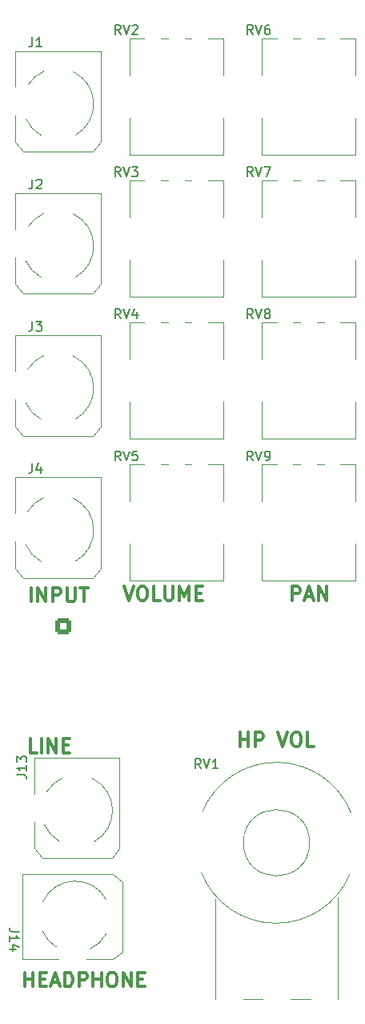
<source format=gbr>
%TF.GenerationSoftware,KiCad,Pcbnew,6.0.5-a6ca702e91~116~ubuntu22.04.1*%
%TF.CreationDate,2022-06-08T16:41:22-07:00*%
%TF.ProjectId,HEAR,48454152-2e6b-4696-9361-645f70636258,2.1*%
%TF.SameCoordinates,Original*%
%TF.FileFunction,Legend,Top*%
%TF.FilePolarity,Positive*%
%FSLAX46Y46*%
G04 Gerber Fmt 4.6, Leading zero omitted, Abs format (unit mm)*
G04 Created by KiCad (PCBNEW 6.0.5-a6ca702e91~116~ubuntu22.04.1) date 2022-06-08 16:41:22*
%MOMM*%
%LPD*%
G01*
G04 APERTURE LIST*
G04 Aperture macros list*
%AMRoundRect*
0 Rectangle with rounded corners*
0 $1 Rounding radius*
0 $2 $3 $4 $5 $6 $7 $8 $9 X,Y pos of 4 corners*
0 Add a 4 corners polygon primitive as box body*
4,1,4,$2,$3,$4,$5,$6,$7,$8,$9,$2,$3,0*
0 Add four circle primitives for the rounded corners*
1,1,$1+$1,$2,$3*
1,1,$1+$1,$4,$5*
1,1,$1+$1,$6,$7*
1,1,$1+$1,$8,$9*
0 Add four rect primitives between the rounded corners*
20,1,$1+$1,$2,$3,$4,$5,0*
20,1,$1+$1,$4,$5,$6,$7,0*
20,1,$1+$1,$6,$7,$8,$9,0*
20,1,$1+$1,$8,$9,$2,$3,0*%
G04 Aperture macros list end*
%ADD10C,0.300000*%
%ADD11C,0.150000*%
%ADD12C,0.120000*%
%ADD13O,3.300000X2.000000*%
%ADD14O,2.000000X3.300000*%
%ADD15O,3.000000X4.000000*%
%ADD16C,1.800000*%
%ADD17O,4.000000X5.400000*%
%ADD18C,2.500000*%
%ADD19RoundRect,0.250000X-0.600000X0.600000X-0.600000X-0.600000X0.600000X-0.600000X0.600000X0.600000X0*%
%ADD20C,1.700000*%
%ADD21R,1.700000X1.700000*%
%ADD22O,1.700000X1.700000*%
%ADD23C,1.600000*%
%ADD24O,1.600000X1.600000*%
G04 APERTURE END LIST*
D10*
X3242857Y-78178571D02*
X2528571Y-78178571D01*
X2528571Y-76678571D01*
X3742857Y-78178571D02*
X3742857Y-76678571D01*
X4457142Y-78178571D02*
X4457142Y-76678571D01*
X5314285Y-78178571D01*
X5314285Y-76678571D01*
X6028571Y-77392857D02*
X6528571Y-77392857D01*
X6742857Y-78178571D02*
X6028571Y-78178571D01*
X6028571Y-76678571D01*
X6742857Y-76678571D01*
X12498914Y-60621171D02*
X12998914Y-62121171D01*
X13498914Y-60621171D01*
X14284628Y-60621171D02*
X14570342Y-60621171D01*
X14713200Y-60692600D01*
X14856057Y-60835457D01*
X14927485Y-61121171D01*
X14927485Y-61621171D01*
X14856057Y-61906885D01*
X14713200Y-62049742D01*
X14570342Y-62121171D01*
X14284628Y-62121171D01*
X14141771Y-62049742D01*
X13998914Y-61906885D01*
X13927485Y-61621171D01*
X13927485Y-61121171D01*
X13998914Y-60835457D01*
X14141771Y-60692600D01*
X14284628Y-60621171D01*
X16284628Y-62121171D02*
X15570342Y-62121171D01*
X15570342Y-60621171D01*
X16784628Y-60621171D02*
X16784628Y-61835457D01*
X16856057Y-61978314D01*
X16927485Y-62049742D01*
X17070342Y-62121171D01*
X17356057Y-62121171D01*
X17498914Y-62049742D01*
X17570342Y-61978314D01*
X17641771Y-61835457D01*
X17641771Y-60621171D01*
X18356057Y-62121171D02*
X18356057Y-60621171D01*
X18856057Y-61692600D01*
X19356057Y-60621171D01*
X19356057Y-62121171D01*
X20070342Y-61335457D02*
X20570342Y-61335457D01*
X20784628Y-62121171D02*
X20070342Y-62121171D01*
X20070342Y-60621171D01*
X20784628Y-60621171D01*
X24770085Y-77536771D02*
X24770085Y-76036771D01*
X24770085Y-76751057D02*
X25627228Y-76751057D01*
X25627228Y-77536771D02*
X25627228Y-76036771D01*
X26341514Y-77536771D02*
X26341514Y-76036771D01*
X26912942Y-76036771D01*
X27055800Y-76108200D01*
X27127228Y-76179628D01*
X27198657Y-76322485D01*
X27198657Y-76536771D01*
X27127228Y-76679628D01*
X27055800Y-76751057D01*
X26912942Y-76822485D01*
X26341514Y-76822485D01*
X28770085Y-76036771D02*
X29270085Y-77536771D01*
X29770085Y-76036771D01*
X30555800Y-76036771D02*
X30841514Y-76036771D01*
X30984371Y-76108200D01*
X31127228Y-76251057D01*
X31198657Y-76536771D01*
X31198657Y-77036771D01*
X31127228Y-77322485D01*
X30984371Y-77465342D01*
X30841514Y-77536771D01*
X30555800Y-77536771D01*
X30412942Y-77465342D01*
X30270085Y-77322485D01*
X30198657Y-77036771D01*
X30198657Y-76536771D01*
X30270085Y-76251057D01*
X30412942Y-76108200D01*
X30555800Y-76036771D01*
X32555800Y-77536771D02*
X31841514Y-77536771D01*
X31841514Y-76036771D01*
X2000885Y-102885971D02*
X2000885Y-101385971D01*
X2000885Y-102100257D02*
X2858028Y-102100257D01*
X2858028Y-102885971D02*
X2858028Y-101385971D01*
X3572314Y-102100257D02*
X4072314Y-102100257D01*
X4286600Y-102885971D02*
X3572314Y-102885971D01*
X3572314Y-101385971D01*
X4286600Y-101385971D01*
X4858028Y-102457400D02*
X5572314Y-102457400D01*
X4715171Y-102885971D02*
X5215171Y-101385971D01*
X5715171Y-102885971D01*
X6215171Y-102885971D02*
X6215171Y-101385971D01*
X6572314Y-101385971D01*
X6786600Y-101457400D01*
X6929457Y-101600257D01*
X7000885Y-101743114D01*
X7072314Y-102028828D01*
X7072314Y-102243114D01*
X7000885Y-102528828D01*
X6929457Y-102671685D01*
X6786600Y-102814542D01*
X6572314Y-102885971D01*
X6215171Y-102885971D01*
X7715171Y-102885971D02*
X7715171Y-101385971D01*
X8286600Y-101385971D01*
X8429457Y-101457400D01*
X8500885Y-101528828D01*
X8572314Y-101671685D01*
X8572314Y-101885971D01*
X8500885Y-102028828D01*
X8429457Y-102100257D01*
X8286600Y-102171685D01*
X7715171Y-102171685D01*
X9215171Y-102885971D02*
X9215171Y-101385971D01*
X9215171Y-102100257D02*
X10072314Y-102100257D01*
X10072314Y-102885971D02*
X10072314Y-101385971D01*
X11072314Y-101385971D02*
X11358028Y-101385971D01*
X11500885Y-101457400D01*
X11643742Y-101600257D01*
X11715171Y-101885971D01*
X11715171Y-102385971D01*
X11643742Y-102671685D01*
X11500885Y-102814542D01*
X11358028Y-102885971D01*
X11072314Y-102885971D01*
X10929457Y-102814542D01*
X10786600Y-102671685D01*
X10715171Y-102385971D01*
X10715171Y-101885971D01*
X10786600Y-101600257D01*
X10929457Y-101457400D01*
X11072314Y-101385971D01*
X12358028Y-102885971D02*
X12358028Y-101385971D01*
X13215171Y-102885971D01*
X13215171Y-101385971D01*
X13929457Y-102100257D02*
X14429457Y-102100257D01*
X14643742Y-102885971D02*
X13929457Y-102885971D01*
X13929457Y-101385971D01*
X14643742Y-101385971D01*
X30258771Y-62121171D02*
X30258771Y-60621171D01*
X30830200Y-60621171D01*
X30973057Y-60692600D01*
X31044485Y-60764028D01*
X31115914Y-60906885D01*
X31115914Y-61121171D01*
X31044485Y-61264028D01*
X30973057Y-61335457D01*
X30830200Y-61406885D01*
X30258771Y-61406885D01*
X31687342Y-61692600D02*
X32401628Y-61692600D01*
X31544485Y-62121171D02*
X32044485Y-60621171D01*
X32544485Y-62121171D01*
X33044485Y-62121171D02*
X33044485Y-60621171D01*
X33901628Y-62121171D01*
X33901628Y-60621171D01*
X2644342Y-62248171D02*
X2644342Y-60748171D01*
X3358628Y-62248171D02*
X3358628Y-60748171D01*
X4215771Y-62248171D01*
X4215771Y-60748171D01*
X4930057Y-62248171D02*
X4930057Y-60748171D01*
X5501485Y-60748171D01*
X5644342Y-60819600D01*
X5715771Y-60891028D01*
X5787200Y-61033885D01*
X5787200Y-61248171D01*
X5715771Y-61391028D01*
X5644342Y-61462457D01*
X5501485Y-61533885D01*
X4930057Y-61533885D01*
X6430057Y-60748171D02*
X6430057Y-61962457D01*
X6501485Y-62105314D01*
X6572914Y-62176742D01*
X6715771Y-62248171D01*
X7001485Y-62248171D01*
X7144342Y-62176742D01*
X7215771Y-62105314D01*
X7287200Y-61962457D01*
X7287200Y-60748171D01*
X7787199Y-60748171D02*
X8644342Y-60748171D01*
X8215771Y-62248171D02*
X8215771Y-60748171D01*
D11*
%TO.C,J2*%
X2766666Y-17652380D02*
X2766666Y-18366666D01*
X2719047Y-18509523D01*
X2623809Y-18604761D01*
X2480952Y-18652380D01*
X2385714Y-18652380D01*
X3195238Y-17747619D02*
X3242857Y-17700000D01*
X3338095Y-17652380D01*
X3576190Y-17652380D01*
X3671428Y-17700000D01*
X3719047Y-17747619D01*
X3766666Y-17842857D01*
X3766666Y-17938095D01*
X3719047Y-18080952D01*
X3147619Y-18652380D01*
X3766666Y-18652380D01*
%TO.C,RV9*%
X26104761Y-47352380D02*
X25771428Y-46876190D01*
X25533333Y-47352380D02*
X25533333Y-46352380D01*
X25914285Y-46352380D01*
X26009523Y-46400000D01*
X26057142Y-46447619D01*
X26104761Y-46542857D01*
X26104761Y-46685714D01*
X26057142Y-46780952D01*
X26009523Y-46828571D01*
X25914285Y-46876190D01*
X25533333Y-46876190D01*
X26390476Y-46352380D02*
X26723809Y-47352380D01*
X27057142Y-46352380D01*
X27438095Y-47352380D02*
X27628571Y-47352380D01*
X27723809Y-47304761D01*
X27771428Y-47257142D01*
X27866666Y-47114285D01*
X27914285Y-46923809D01*
X27914285Y-46542857D01*
X27866666Y-46447619D01*
X27819047Y-46400000D01*
X27723809Y-46352380D01*
X27533333Y-46352380D01*
X27438095Y-46400000D01*
X27390476Y-46447619D01*
X27342857Y-46542857D01*
X27342857Y-46780952D01*
X27390476Y-46876190D01*
X27438095Y-46923809D01*
X27533333Y-46971428D01*
X27723809Y-46971428D01*
X27819047Y-46923809D01*
X27866666Y-46876190D01*
X27914285Y-46780952D01*
%TO.C,J1*%
X2766666Y-2652380D02*
X2766666Y-3366666D01*
X2719047Y-3509523D01*
X2623809Y-3604761D01*
X2480952Y-3652380D01*
X2385714Y-3652380D01*
X3766666Y-3652380D02*
X3195238Y-3652380D01*
X3480952Y-3652380D02*
X3480952Y-2652380D01*
X3385714Y-2795238D01*
X3290476Y-2890476D01*
X3195238Y-2938095D01*
%TO.C,J3*%
X2766666Y-32652380D02*
X2766666Y-33366666D01*
X2719047Y-33509523D01*
X2623809Y-33604761D01*
X2480952Y-33652380D01*
X2385714Y-33652380D01*
X3147619Y-32652380D02*
X3766666Y-32652380D01*
X3433333Y-33033333D01*
X3576190Y-33033333D01*
X3671428Y-33080952D01*
X3719047Y-33128571D01*
X3766666Y-33223809D01*
X3766666Y-33461904D01*
X3719047Y-33557142D01*
X3671428Y-33604761D01*
X3576190Y-33652380D01*
X3290476Y-33652380D01*
X3195238Y-33604761D01*
X3147619Y-33557142D01*
%TO.C,RV2*%
X12104761Y-2352380D02*
X11771428Y-1876190D01*
X11533333Y-2352380D02*
X11533333Y-1352380D01*
X11914285Y-1352380D01*
X12009523Y-1400000D01*
X12057142Y-1447619D01*
X12104761Y-1542857D01*
X12104761Y-1685714D01*
X12057142Y-1780952D01*
X12009523Y-1828571D01*
X11914285Y-1876190D01*
X11533333Y-1876190D01*
X12390476Y-1352380D02*
X12723809Y-2352380D01*
X13057142Y-1352380D01*
X13342857Y-1447619D02*
X13390476Y-1400000D01*
X13485714Y-1352380D01*
X13723809Y-1352380D01*
X13819047Y-1400000D01*
X13866666Y-1447619D01*
X13914285Y-1542857D01*
X13914285Y-1638095D01*
X13866666Y-1780952D01*
X13295238Y-2352380D01*
X13914285Y-2352380D01*
%TO.C,RV7*%
X26104761Y-17352380D02*
X25771428Y-16876190D01*
X25533333Y-17352380D02*
X25533333Y-16352380D01*
X25914285Y-16352380D01*
X26009523Y-16400000D01*
X26057142Y-16447619D01*
X26104761Y-16542857D01*
X26104761Y-16685714D01*
X26057142Y-16780952D01*
X26009523Y-16828571D01*
X25914285Y-16876190D01*
X25533333Y-16876190D01*
X26390476Y-16352380D02*
X26723809Y-17352380D01*
X27057142Y-16352380D01*
X27295238Y-16352380D02*
X27961904Y-16352380D01*
X27533333Y-17352380D01*
%TO.C,RV8*%
X26104761Y-32352380D02*
X25771428Y-31876190D01*
X25533333Y-32352380D02*
X25533333Y-31352380D01*
X25914285Y-31352380D01*
X26009523Y-31400000D01*
X26057142Y-31447619D01*
X26104761Y-31542857D01*
X26104761Y-31685714D01*
X26057142Y-31780952D01*
X26009523Y-31828571D01*
X25914285Y-31876190D01*
X25533333Y-31876190D01*
X26390476Y-31352380D02*
X26723809Y-32352380D01*
X27057142Y-31352380D01*
X27533333Y-31780952D02*
X27438095Y-31733333D01*
X27390476Y-31685714D01*
X27342857Y-31590476D01*
X27342857Y-31542857D01*
X27390476Y-31447619D01*
X27438095Y-31400000D01*
X27533333Y-31352380D01*
X27723809Y-31352380D01*
X27819047Y-31400000D01*
X27866666Y-31447619D01*
X27914285Y-31542857D01*
X27914285Y-31590476D01*
X27866666Y-31685714D01*
X27819047Y-31733333D01*
X27723809Y-31780952D01*
X27533333Y-31780952D01*
X27438095Y-31828571D01*
X27390476Y-31876190D01*
X27342857Y-31971428D01*
X27342857Y-32161904D01*
X27390476Y-32257142D01*
X27438095Y-32304761D01*
X27533333Y-32352380D01*
X27723809Y-32352380D01*
X27819047Y-32304761D01*
X27866666Y-32257142D01*
X27914285Y-32161904D01*
X27914285Y-31971428D01*
X27866666Y-31876190D01*
X27819047Y-31828571D01*
X27723809Y-31780952D01*
%TO.C,RV1*%
X20604761Y-79852380D02*
X20271428Y-79376190D01*
X20033333Y-79852380D02*
X20033333Y-78852380D01*
X20414285Y-78852380D01*
X20509523Y-78900000D01*
X20557142Y-78947619D01*
X20604761Y-79042857D01*
X20604761Y-79185714D01*
X20557142Y-79280952D01*
X20509523Y-79328571D01*
X20414285Y-79376190D01*
X20033333Y-79376190D01*
X20890476Y-78852380D02*
X21223809Y-79852380D01*
X21557142Y-78852380D01*
X22414285Y-79852380D02*
X21842857Y-79852380D01*
X22128571Y-79852380D02*
X22128571Y-78852380D01*
X22033333Y-78995238D01*
X21938095Y-79090476D01*
X21842857Y-79138095D01*
%TO.C,RV4*%
X12104761Y-32352380D02*
X11771428Y-31876190D01*
X11533333Y-32352380D02*
X11533333Y-31352380D01*
X11914285Y-31352380D01*
X12009523Y-31400000D01*
X12057142Y-31447619D01*
X12104761Y-31542857D01*
X12104761Y-31685714D01*
X12057142Y-31780952D01*
X12009523Y-31828571D01*
X11914285Y-31876190D01*
X11533333Y-31876190D01*
X12390476Y-31352380D02*
X12723809Y-32352380D01*
X13057142Y-31352380D01*
X13819047Y-31685714D02*
X13819047Y-32352380D01*
X13580952Y-31304761D02*
X13342857Y-32019047D01*
X13961904Y-32019047D01*
%TO.C,J13*%
X1152380Y-80509523D02*
X1866666Y-80509523D01*
X2009523Y-80557142D01*
X2104761Y-80652380D01*
X2152380Y-80795238D01*
X2152380Y-80890476D01*
X2152380Y-79509523D02*
X2152380Y-80080952D01*
X2152380Y-79795238D02*
X1152380Y-79795238D01*
X1295238Y-79890476D01*
X1390476Y-79985714D01*
X1438095Y-80080952D01*
X1152380Y-79176190D02*
X1152380Y-78557142D01*
X1533333Y-78890476D01*
X1533333Y-78747619D01*
X1580952Y-78652380D01*
X1628571Y-78604761D01*
X1723809Y-78557142D01*
X1961904Y-78557142D01*
X2057142Y-78604761D01*
X2104761Y-78652380D01*
X2152380Y-78747619D01*
X2152380Y-79033333D01*
X2104761Y-79128571D01*
X2057142Y-79176190D01*
%TO.C,RV3*%
X12104761Y-17352380D02*
X11771428Y-16876190D01*
X11533333Y-17352380D02*
X11533333Y-16352380D01*
X11914285Y-16352380D01*
X12009523Y-16400000D01*
X12057142Y-16447619D01*
X12104761Y-16542857D01*
X12104761Y-16685714D01*
X12057142Y-16780952D01*
X12009523Y-16828571D01*
X11914285Y-16876190D01*
X11533333Y-16876190D01*
X12390476Y-16352380D02*
X12723809Y-17352380D01*
X13057142Y-16352380D01*
X13295238Y-16352380D02*
X13914285Y-16352380D01*
X13580952Y-16733333D01*
X13723809Y-16733333D01*
X13819047Y-16780952D01*
X13866666Y-16828571D01*
X13914285Y-16923809D01*
X13914285Y-17161904D01*
X13866666Y-17257142D01*
X13819047Y-17304761D01*
X13723809Y-17352380D01*
X13438095Y-17352380D01*
X13342857Y-17304761D01*
X13295238Y-17257142D01*
%TO.C,RV5*%
X12104761Y-47352380D02*
X11771428Y-46876190D01*
X11533333Y-47352380D02*
X11533333Y-46352380D01*
X11914285Y-46352380D01*
X12009523Y-46400000D01*
X12057142Y-46447619D01*
X12104761Y-46542857D01*
X12104761Y-46685714D01*
X12057142Y-46780952D01*
X12009523Y-46828571D01*
X11914285Y-46876190D01*
X11533333Y-46876190D01*
X12390476Y-46352380D02*
X12723809Y-47352380D01*
X13057142Y-46352380D01*
X13866666Y-46352380D02*
X13390476Y-46352380D01*
X13342857Y-46828571D01*
X13390476Y-46780952D01*
X13485714Y-46733333D01*
X13723809Y-46733333D01*
X13819047Y-46780952D01*
X13866666Y-46828571D01*
X13914285Y-46923809D01*
X13914285Y-47161904D01*
X13866666Y-47257142D01*
X13819047Y-47304761D01*
X13723809Y-47352380D01*
X13485714Y-47352380D01*
X13390476Y-47304761D01*
X13342857Y-47257142D01*
%TO.C,RV6*%
X26104761Y-2352380D02*
X25771428Y-1876190D01*
X25533333Y-2352380D02*
X25533333Y-1352380D01*
X25914285Y-1352380D01*
X26009523Y-1400000D01*
X26057142Y-1447619D01*
X26104761Y-1542857D01*
X26104761Y-1685714D01*
X26057142Y-1780952D01*
X26009523Y-1828571D01*
X25914285Y-1876190D01*
X25533333Y-1876190D01*
X26390476Y-1352380D02*
X26723809Y-2352380D01*
X27057142Y-1352380D01*
X27819047Y-1352380D02*
X27628571Y-1352380D01*
X27533333Y-1400000D01*
X27485714Y-1447619D01*
X27390476Y-1590476D01*
X27342857Y-1780952D01*
X27342857Y-2161904D01*
X27390476Y-2257142D01*
X27438095Y-2304761D01*
X27533333Y-2352380D01*
X27723809Y-2352380D01*
X27819047Y-2304761D01*
X27866666Y-2257142D01*
X27914285Y-2161904D01*
X27914285Y-1923809D01*
X27866666Y-1828571D01*
X27819047Y-1780952D01*
X27723809Y-1733333D01*
X27533333Y-1733333D01*
X27438095Y-1780952D01*
X27390476Y-1828571D01*
X27342857Y-1923809D01*
%TO.C,J4*%
X2766666Y-47652380D02*
X2766666Y-48366666D01*
X2719047Y-48509523D01*
X2623809Y-48604761D01*
X2480952Y-48652380D01*
X2385714Y-48652380D01*
X3671428Y-47985714D02*
X3671428Y-48652380D01*
X3433333Y-47604761D02*
X3195238Y-48319047D01*
X3814285Y-48319047D01*
%TO.C,J14*%
X1347619Y-97090476D02*
X633333Y-97090476D01*
X490476Y-97042857D01*
X395238Y-96947619D01*
X347619Y-96804761D01*
X347619Y-96709523D01*
X347619Y-98090476D02*
X347619Y-97519047D01*
X347619Y-97804761D02*
X1347619Y-97804761D01*
X1204761Y-97709523D01*
X1109523Y-97614285D01*
X1061904Y-97519047D01*
X1014285Y-98947619D02*
X347619Y-98947619D01*
X1395238Y-98709523D02*
X680952Y-98471428D01*
X680952Y-99090476D01*
D12*
%TO.C,J2*%
X1000000Y-19100000D02*
X10000000Y-19100000D01*
X1000000Y-28720000D02*
X1817000Y-29734000D01*
X1000000Y-19100000D02*
X1000000Y-22900000D01*
X10000000Y-28718000D02*
X9183000Y-29734000D01*
X9183000Y-29734000D02*
X1817000Y-29734000D01*
X10000000Y-19100000D02*
X10000000Y-28718000D01*
X1000000Y-28720000D02*
X1000000Y-25900000D01*
X7315240Y-27990122D02*
G75*
G03*
X7100000Y-21300001I-1815239J3290122D01*
G01*
X3976827Y-21247473D02*
G75*
G03*
X2300000Y-22700000I1523163J-3452517D01*
G01*
X2060834Y-26217279D02*
G75*
G03*
X3700000Y-28000000I3439172J1517284D01*
G01*
%TO.C,RV9*%
X33629000Y-47780000D02*
X32870000Y-47780000D01*
X28630000Y-47780000D02*
X27030000Y-47780000D01*
X27030000Y-56155000D02*
X27030000Y-60020000D01*
X36970000Y-60020000D02*
X27030000Y-60020000D01*
X36970000Y-56155000D02*
X36970000Y-60020000D01*
X31129000Y-47780000D02*
X30370000Y-47780000D01*
X36970000Y-47780000D02*
X35371000Y-47780000D01*
X27030000Y-47780000D02*
X27030000Y-51645000D01*
X36970000Y-47780000D02*
X36970000Y-51645000D01*
%TO.C,J1*%
X9183000Y-14734000D02*
X1817000Y-14734000D01*
X1000000Y-4100000D02*
X1000000Y-7900000D01*
X1000000Y-4100000D02*
X10000000Y-4100000D01*
X10000000Y-4100000D02*
X10000000Y-13718000D01*
X10000000Y-13718000D02*
X9183000Y-14734000D01*
X1000000Y-13720000D02*
X1817000Y-14734000D01*
X1000000Y-13720000D02*
X1000000Y-10900000D01*
X2060834Y-11217279D02*
G75*
G03*
X3700000Y-13000000I3439172J1517284D01*
G01*
X3976827Y-6247473D02*
G75*
G03*
X2300000Y-7700000I1523163J-3452517D01*
G01*
X7315240Y-12990122D02*
G75*
G03*
X7100000Y-6300001I-1815239J3290122D01*
G01*
%TO.C,J3*%
X1000000Y-43720000D02*
X1817000Y-44734000D01*
X10000000Y-43718000D02*
X9183000Y-44734000D01*
X10000000Y-34100000D02*
X10000000Y-43718000D01*
X1000000Y-34100000D02*
X1000000Y-37900000D01*
X9183000Y-44734000D02*
X1817000Y-44734000D01*
X1000000Y-43720000D02*
X1000000Y-40900000D01*
X1000000Y-34100000D02*
X10000000Y-34100000D01*
X2060834Y-41217279D02*
G75*
G03*
X3700000Y-43000000I3439172J1517284D01*
G01*
X3976827Y-36247473D02*
G75*
G03*
X2300000Y-37700000I1523163J-3452517D01*
G01*
X7315240Y-42990122D02*
G75*
G03*
X7100000Y-36300001I-1815239J3290122D01*
G01*
%TO.C,RV2*%
X14630000Y-2780000D02*
X13030000Y-2780000D01*
X19629000Y-2780000D02*
X18870000Y-2780000D01*
X22970000Y-15020000D02*
X13030000Y-15020000D01*
X13030000Y-2780000D02*
X13030000Y-6645000D01*
X22970000Y-2780000D02*
X22970000Y-6645000D01*
X13030000Y-11155000D02*
X13030000Y-15020000D01*
X22970000Y-11155000D02*
X22970000Y-15020000D01*
X22970000Y-2780000D02*
X21371000Y-2780000D01*
X17129000Y-2780000D02*
X16370000Y-2780000D01*
%TO.C,RV7*%
X27030000Y-26155000D02*
X27030000Y-30020000D01*
X36970000Y-26155000D02*
X36970000Y-30020000D01*
X36970000Y-17780000D02*
X35371000Y-17780000D01*
X36970000Y-17780000D02*
X36970000Y-21645000D01*
X27030000Y-17780000D02*
X27030000Y-21645000D01*
X36970000Y-30020000D02*
X27030000Y-30020000D01*
X31129000Y-17780000D02*
X30370000Y-17780000D01*
X33629000Y-17780000D02*
X32870000Y-17780000D01*
X28630000Y-17780000D02*
X27030000Y-17780000D01*
%TO.C,RV8*%
X36970000Y-32780000D02*
X36970000Y-36645000D01*
X36970000Y-45020000D02*
X27030000Y-45020000D01*
X36970000Y-32780000D02*
X35371000Y-32780000D01*
X27030000Y-41155000D02*
X27030000Y-45020000D01*
X28630000Y-32780000D02*
X27030000Y-32780000D01*
X31129000Y-32780000D02*
X30370000Y-32780000D01*
X33629000Y-32780000D02*
X32870000Y-32780000D01*
X36970000Y-41155000D02*
X36970000Y-45020000D01*
X27030000Y-32780000D02*
X27030000Y-36645000D01*
%TO.C,RV1*%
X22100000Y-93650000D02*
X22100000Y-104200000D01*
X32200000Y-104200000D02*
X30100000Y-104200000D01*
X27100000Y-104200000D02*
X25100000Y-104200000D01*
X35100000Y-104200000D02*
X35100000Y-93440000D01*
X36484943Y-84533524D02*
G75*
G03*
X20770001Y-84400000I-7884943J-3166476D01*
G01*
X20655057Y-90866476D02*
G75*
G03*
X36369999Y-91000000I7884943J3166476D01*
G01*
X32100000Y-87700000D02*
G75*
G03*
X32100000Y-87700000I-3500000J0D01*
G01*
%TO.C,RV4*%
X22970000Y-32780000D02*
X21371000Y-32780000D01*
X19629000Y-32780000D02*
X18870000Y-32780000D01*
X22970000Y-41155000D02*
X22970000Y-45020000D01*
X22970000Y-45020000D02*
X13030000Y-45020000D01*
X17129000Y-32780000D02*
X16370000Y-32780000D01*
X22970000Y-32780000D02*
X22970000Y-36645000D01*
X14630000Y-32780000D02*
X13030000Y-32780000D01*
X13030000Y-41155000D02*
X13030000Y-45020000D01*
X13030000Y-32780000D02*
X13030000Y-36645000D01*
%TO.C,J13*%
X11183000Y-89334000D02*
X3817000Y-89334000D01*
X3000000Y-78700000D02*
X3000000Y-82500000D01*
X3000000Y-88320000D02*
X3000000Y-85500000D01*
X3000000Y-88320000D02*
X3817000Y-89334000D01*
X12000000Y-88318000D02*
X11183000Y-89334000D01*
X12000000Y-78700000D02*
X12000000Y-88318000D01*
X3000000Y-78700000D02*
X12000000Y-78700000D01*
X4060834Y-85817279D02*
G75*
G03*
X5700000Y-87600000I3439172J1517284D01*
G01*
X5976827Y-80847473D02*
G75*
G03*
X4300000Y-82300000I1523163J-3452517D01*
G01*
X9315240Y-87590122D02*
G75*
G03*
X9100000Y-80900001I-1815239J3290122D01*
G01*
%TO.C,RV3*%
X13030000Y-26155000D02*
X13030000Y-30020000D01*
X13030000Y-17780000D02*
X13030000Y-21645000D01*
X14630000Y-17780000D02*
X13030000Y-17780000D01*
X22970000Y-17780000D02*
X22970000Y-21645000D01*
X22970000Y-17780000D02*
X21371000Y-17780000D01*
X19629000Y-17780000D02*
X18870000Y-17780000D01*
X22970000Y-30020000D02*
X13030000Y-30020000D01*
X17129000Y-17780000D02*
X16370000Y-17780000D01*
X22970000Y-26155000D02*
X22970000Y-30020000D01*
%TO.C,RV5*%
X22970000Y-60020000D02*
X13030000Y-60020000D01*
X14630000Y-47780000D02*
X13030000Y-47780000D01*
X13030000Y-56155000D02*
X13030000Y-60020000D01*
X22970000Y-47780000D02*
X22970000Y-51645000D01*
X22970000Y-56155000D02*
X22970000Y-60020000D01*
X19629000Y-47780000D02*
X18870000Y-47780000D01*
X17129000Y-47780000D02*
X16370000Y-47780000D01*
X13030000Y-47780000D02*
X13030000Y-51645000D01*
X22970000Y-47780000D02*
X21371000Y-47780000D01*
%TO.C,RV6*%
X36970000Y-2780000D02*
X35371000Y-2780000D01*
X27030000Y-2780000D02*
X27030000Y-6645000D01*
X27030000Y-11155000D02*
X27030000Y-15020000D01*
X31129000Y-2780000D02*
X30370000Y-2780000D01*
X33629000Y-2780000D02*
X32870000Y-2780000D01*
X28630000Y-2780000D02*
X27030000Y-2780000D01*
X36970000Y-11155000D02*
X36970000Y-15020000D01*
X36970000Y-2780000D02*
X36970000Y-6645000D01*
X36970000Y-15020000D02*
X27030000Y-15020000D01*
%TO.C,J4*%
X10000000Y-58718000D02*
X9183000Y-59734000D01*
X1000000Y-58720000D02*
X1000000Y-55900000D01*
X1000000Y-58720000D02*
X1817000Y-59734000D01*
X1000000Y-49100000D02*
X1000000Y-52900000D01*
X1000000Y-49100000D02*
X10000000Y-49100000D01*
X10000000Y-49100000D02*
X10000000Y-58718000D01*
X9183000Y-59734000D02*
X1817000Y-59734000D01*
X3976827Y-51247473D02*
G75*
G03*
X2300000Y-52700000I1523163J-3452517D01*
G01*
X7315240Y-57990122D02*
G75*
G03*
X7100000Y-51300001I-1815239J3290122D01*
G01*
X2060834Y-56217279D02*
G75*
G03*
X3700000Y-58000000I3439172J1517284D01*
G01*
%TO.C,J14*%
X11318000Y-91000000D02*
X12334000Y-91817000D01*
X12334000Y-91817000D02*
X12334000Y-99183000D01*
X11320000Y-100000000D02*
X8500000Y-100000000D01*
X11320000Y-100000000D02*
X12334000Y-99183000D01*
X1700000Y-100000000D02*
X5500000Y-100000000D01*
X1700000Y-91000000D02*
X11318000Y-91000000D01*
X1700000Y-100000000D02*
X1700000Y-91000000D01*
X10590122Y-93684760D02*
G75*
G03*
X3900001Y-93900000I-3290122J-1815239D01*
G01*
X3847473Y-97023173D02*
G75*
G03*
X5300000Y-98700000I3452517J1523163D01*
G01*
X8817279Y-98939166D02*
G75*
G03*
X10600000Y-97300000I-1517284J3439172D01*
G01*
%TD*%
%LPC*%
D13*
%TO.C,J2*%
X5500000Y-28400000D03*
D14*
X1800000Y-24400000D03*
D13*
X5500000Y-20400000D03*
%TD*%
D15*
%TO.C,RV9*%
X27034000Y-53900000D03*
X36966000Y-53900000D03*
D16*
X29500000Y-46900000D03*
X32000000Y-46900000D03*
X34500000Y-46900000D03*
%TD*%
D13*
%TO.C,J1*%
X5500000Y-13400000D03*
D14*
X1800000Y-9400000D03*
D13*
X5500000Y-5400000D03*
%TD*%
%TO.C,J3*%
X5500000Y-43400000D03*
D14*
X1800000Y-39400000D03*
D13*
X5500000Y-35400000D03*
%TD*%
D15*
%TO.C,RV2*%
X13034000Y-8900000D03*
X22966000Y-8900000D03*
D16*
X15500000Y-1900000D03*
X18000000Y-1900000D03*
X20500000Y-1900000D03*
%TD*%
D15*
%TO.C,RV7*%
X36966000Y-23900000D03*
X27034000Y-23900000D03*
D16*
X29500000Y-16900000D03*
X32000000Y-16900000D03*
X34500000Y-16900000D03*
%TD*%
D15*
%TO.C,RV8*%
X27034000Y-38900000D03*
X36966000Y-38900000D03*
D16*
X29500000Y-31900000D03*
X32000000Y-31900000D03*
X34500000Y-31900000D03*
%TD*%
D17*
%TO.C,RV1*%
X36100000Y-87700000D03*
X21100000Y-87700000D03*
D18*
X33600000Y-99200000D03*
X28600000Y-99200000D03*
X23600000Y-99200000D03*
X33600000Y-104200000D03*
X28600000Y-104200000D03*
X23600000Y-104200000D03*
%TD*%
D15*
%TO.C,RV4*%
X22966000Y-38900000D03*
X13034000Y-38900000D03*
D16*
X15500000Y-31900000D03*
X18000000Y-31900000D03*
X20500000Y-31900000D03*
%TD*%
D13*
%TO.C,J13*%
X7500000Y-88000000D03*
D14*
X3800000Y-84000000D03*
D13*
X7500000Y-80000000D03*
%TD*%
D15*
%TO.C,RV3*%
X13034000Y-23900000D03*
X22966000Y-23900000D03*
D16*
X15500000Y-16900000D03*
X18000000Y-16900000D03*
X20500000Y-16900000D03*
%TD*%
D15*
%TO.C,RV5*%
X13034000Y-53900000D03*
X22966000Y-53900000D03*
D16*
X15500000Y-46900000D03*
X18000000Y-46900000D03*
X20500000Y-46900000D03*
%TD*%
D15*
%TO.C,RV6*%
X36966000Y-8900000D03*
X27034000Y-8900000D03*
D16*
X29500000Y-1900000D03*
X32000000Y-1900000D03*
X34500000Y-1900000D03*
%TD*%
D13*
%TO.C,J4*%
X5500000Y-58400000D03*
D14*
X1800000Y-54400000D03*
D13*
X5500000Y-50400000D03*
%TD*%
D14*
%TO.C,J14*%
X11000000Y-95500000D03*
D13*
X7000000Y-99200000D03*
D14*
X3000000Y-95500000D03*
%TD*%
D19*
%TO.C,J12*%
X6045200Y-64800000D03*
D20*
X6045200Y-67340000D03*
X8585200Y-64800000D03*
X8585200Y-67340000D03*
X11125200Y-64800000D03*
X11125200Y-67340000D03*
X13665200Y-64800000D03*
X13665200Y-67340000D03*
X16205200Y-64800000D03*
X16205200Y-67340000D03*
%TD*%
D21*
%TO.C,J5*%
X30429200Y-69062600D03*
D22*
X32969200Y-69062600D03*
X35509200Y-69062600D03*
%TD*%
D23*
%TO.C,R2*%
X37287200Y-102180600D03*
D24*
X37287200Y-104720600D03*
%TD*%
D21*
%TO.C,J6*%
X30444200Y-63855600D03*
D22*
X32984200Y-63855600D03*
X35524200Y-63855600D03*
%TD*%
D23*
%TO.C,R4*%
X37287200Y-98936600D03*
D24*
X37287200Y-96396600D03*
%TD*%
M02*

</source>
